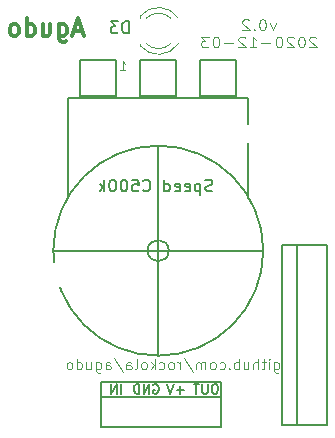
<source format=gbo>
G04 #@! TF.GenerationSoftware,KiCad,Pcbnew,(5.99.0-7307-g71ab42e60a)*
G04 #@! TF.CreationDate,2020-12-03T10:19:34+02:00*
G04 #@! TF.ProjectId,agudo,61677564-6f2e-46b6-9963-61645f706362,rev?*
G04 #@! TF.SameCoordinates,Original*
G04 #@! TF.FileFunction,Legend,Bot*
G04 #@! TF.FilePolarity,Positive*
%FSLAX46Y46*%
G04 Gerber Fmt 4.6, Leading zero omitted, Abs format (unit mm)*
G04 Created by KiCad (PCBNEW (5.99.0-7307-g71ab42e60a)) date 2020-12-03 10:19:34*
%MOMM*%
%LPD*%
G01*
G04 APERTURE LIST*
%ADD10C,0.100000*%
%ADD11C,0.300000*%
%ADD12C,0.150000*%
%ADD13C,0.127000*%
%ADD14C,0.120000*%
%ADD15R,1.600000X1.600000*%
%ADD16C,1.600000*%
%ADD17R,2.540000X2.540000*%
%ADD18O,2.540000X2.540000*%
%ADD19R,2.000000X2.000000*%
%ADD20O,2.000000X2.000000*%
%ADD21R,2.032000X2.032000*%
%ADD22O,2.032000X2.032000*%
%ADD23R,1.930400X1.930400*%
%ADD24O,1.930400X1.930400*%
%ADD25R,1.800000X1.800000*%
%ADD26C,1.800000*%
G04 APERTURE END LIST*
D10*
X82571428Y-127307142D02*
X82571428Y-128035714D01*
X82614285Y-128121428D01*
X82657142Y-128164285D01*
X82742857Y-128207142D01*
X82871428Y-128207142D01*
X82957142Y-128164285D01*
X82571428Y-127864285D02*
X82657142Y-127907142D01*
X82828571Y-127907142D01*
X82914285Y-127864285D01*
X82957142Y-127821428D01*
X83000000Y-127735714D01*
X83000000Y-127478571D01*
X82957142Y-127392857D01*
X82914285Y-127350000D01*
X82828571Y-127307142D01*
X82657142Y-127307142D01*
X82571428Y-127350000D01*
X82142857Y-127907142D02*
X82142857Y-127307142D01*
X82142857Y-127007142D02*
X82185714Y-127050000D01*
X82142857Y-127092857D01*
X82100000Y-127050000D01*
X82142857Y-127007142D01*
X82142857Y-127092857D01*
X81842857Y-127307142D02*
X81500000Y-127307142D01*
X81714285Y-127007142D02*
X81714285Y-127778571D01*
X81671428Y-127864285D01*
X81585714Y-127907142D01*
X81500000Y-127907142D01*
X81200000Y-127907142D02*
X81200000Y-127007142D01*
X80814285Y-127907142D02*
X80814285Y-127435714D01*
X80857142Y-127350000D01*
X80942857Y-127307142D01*
X81071428Y-127307142D01*
X81157142Y-127350000D01*
X81200000Y-127392857D01*
X80000000Y-127307142D02*
X80000000Y-127907142D01*
X80385714Y-127307142D02*
X80385714Y-127778571D01*
X80342857Y-127864285D01*
X80257142Y-127907142D01*
X80128571Y-127907142D01*
X80042857Y-127864285D01*
X80000000Y-127821428D01*
X79571428Y-127907142D02*
X79571428Y-127007142D01*
X79571428Y-127350000D02*
X79485714Y-127307142D01*
X79314285Y-127307142D01*
X79228571Y-127350000D01*
X79185714Y-127392857D01*
X79142857Y-127478571D01*
X79142857Y-127735714D01*
X79185714Y-127821428D01*
X79228571Y-127864285D01*
X79314285Y-127907142D01*
X79485714Y-127907142D01*
X79571428Y-127864285D01*
X78757142Y-127821428D02*
X78714285Y-127864285D01*
X78757142Y-127907142D01*
X78800000Y-127864285D01*
X78757142Y-127821428D01*
X78757142Y-127907142D01*
X77942857Y-127864285D02*
X78028571Y-127907142D01*
X78200000Y-127907142D01*
X78285714Y-127864285D01*
X78328571Y-127821428D01*
X78371428Y-127735714D01*
X78371428Y-127478571D01*
X78328571Y-127392857D01*
X78285714Y-127350000D01*
X78200000Y-127307142D01*
X78028571Y-127307142D01*
X77942857Y-127350000D01*
X77428571Y-127907142D02*
X77514285Y-127864285D01*
X77557142Y-127821428D01*
X77600000Y-127735714D01*
X77600000Y-127478571D01*
X77557142Y-127392857D01*
X77514285Y-127350000D01*
X77428571Y-127307142D01*
X77300000Y-127307142D01*
X77214285Y-127350000D01*
X77171428Y-127392857D01*
X77128571Y-127478571D01*
X77128571Y-127735714D01*
X77171428Y-127821428D01*
X77214285Y-127864285D01*
X77300000Y-127907142D01*
X77428571Y-127907142D01*
X76742857Y-127907142D02*
X76742857Y-127307142D01*
X76742857Y-127392857D02*
X76700000Y-127350000D01*
X76614285Y-127307142D01*
X76485714Y-127307142D01*
X76400000Y-127350000D01*
X76357142Y-127435714D01*
X76357142Y-127907142D01*
X76357142Y-127435714D02*
X76314285Y-127350000D01*
X76228571Y-127307142D01*
X76100000Y-127307142D01*
X76014285Y-127350000D01*
X75971428Y-127435714D01*
X75971428Y-127907142D01*
X74900000Y-126964285D02*
X75671428Y-128121428D01*
X74600000Y-127907142D02*
X74600000Y-127307142D01*
X74600000Y-127478571D02*
X74557142Y-127392857D01*
X74514285Y-127350000D01*
X74428571Y-127307142D01*
X74342857Y-127307142D01*
X73914285Y-127907142D02*
X74000000Y-127864285D01*
X74042857Y-127821428D01*
X74085714Y-127735714D01*
X74085714Y-127478571D01*
X74042857Y-127392857D01*
X74000000Y-127350000D01*
X73914285Y-127307142D01*
X73785714Y-127307142D01*
X73700000Y-127350000D01*
X73657142Y-127392857D01*
X73614285Y-127478571D01*
X73614285Y-127735714D01*
X73657142Y-127821428D01*
X73700000Y-127864285D01*
X73785714Y-127907142D01*
X73914285Y-127907142D01*
X72842857Y-127864285D02*
X72928571Y-127907142D01*
X73100000Y-127907142D01*
X73185714Y-127864285D01*
X73228571Y-127821428D01*
X73271428Y-127735714D01*
X73271428Y-127478571D01*
X73228571Y-127392857D01*
X73185714Y-127350000D01*
X73100000Y-127307142D01*
X72928571Y-127307142D01*
X72842857Y-127350000D01*
X72457142Y-127907142D02*
X72457142Y-127007142D01*
X72371428Y-127564285D02*
X72114285Y-127907142D01*
X72114285Y-127307142D02*
X72457142Y-127650000D01*
X71600000Y-127907142D02*
X71685714Y-127864285D01*
X71728571Y-127821428D01*
X71771428Y-127735714D01*
X71771428Y-127478571D01*
X71728571Y-127392857D01*
X71685714Y-127350000D01*
X71600000Y-127307142D01*
X71471428Y-127307142D01*
X71385714Y-127350000D01*
X71342857Y-127392857D01*
X71300000Y-127478571D01*
X71300000Y-127735714D01*
X71342857Y-127821428D01*
X71385714Y-127864285D01*
X71471428Y-127907142D01*
X71600000Y-127907142D01*
X70785714Y-127907142D02*
X70871428Y-127864285D01*
X70914285Y-127778571D01*
X70914285Y-127007142D01*
X70057142Y-127907142D02*
X70057142Y-127435714D01*
X70100000Y-127350000D01*
X70185714Y-127307142D01*
X70357142Y-127307142D01*
X70442857Y-127350000D01*
X70057142Y-127864285D02*
X70142857Y-127907142D01*
X70357142Y-127907142D01*
X70442857Y-127864285D01*
X70485714Y-127778571D01*
X70485714Y-127692857D01*
X70442857Y-127607142D01*
X70357142Y-127564285D01*
X70142857Y-127564285D01*
X70057142Y-127521428D01*
X68985714Y-126964285D02*
X69757142Y-128121428D01*
X68300000Y-127907142D02*
X68300000Y-127435714D01*
X68342857Y-127350000D01*
X68428571Y-127307142D01*
X68600000Y-127307142D01*
X68685714Y-127350000D01*
X68300000Y-127864285D02*
X68385714Y-127907142D01*
X68600000Y-127907142D01*
X68685714Y-127864285D01*
X68728571Y-127778571D01*
X68728571Y-127692857D01*
X68685714Y-127607142D01*
X68600000Y-127564285D01*
X68385714Y-127564285D01*
X68300000Y-127521428D01*
X67485714Y-127307142D02*
X67485714Y-128035714D01*
X67528571Y-128121428D01*
X67571428Y-128164285D01*
X67657142Y-128207142D01*
X67785714Y-128207142D01*
X67871428Y-128164285D01*
X67485714Y-127864285D02*
X67571428Y-127907142D01*
X67742857Y-127907142D01*
X67828571Y-127864285D01*
X67871428Y-127821428D01*
X67914285Y-127735714D01*
X67914285Y-127478571D01*
X67871428Y-127392857D01*
X67828571Y-127350000D01*
X67742857Y-127307142D01*
X67571428Y-127307142D01*
X67485714Y-127350000D01*
X66671428Y-127307142D02*
X66671428Y-127907142D01*
X67057142Y-127307142D02*
X67057142Y-127778571D01*
X67014285Y-127864285D01*
X66928571Y-127907142D01*
X66800000Y-127907142D01*
X66714285Y-127864285D01*
X66671428Y-127821428D01*
X65857142Y-127907142D02*
X65857142Y-127007142D01*
X65857142Y-127864285D02*
X65942857Y-127907142D01*
X66114285Y-127907142D01*
X66200000Y-127864285D01*
X66242857Y-127821428D01*
X66285714Y-127735714D01*
X66285714Y-127478571D01*
X66242857Y-127392857D01*
X66200000Y-127350000D01*
X66114285Y-127307142D01*
X65942857Y-127307142D01*
X65857142Y-127350000D01*
X65300000Y-127907142D02*
X65385714Y-127864285D01*
X65428571Y-127821428D01*
X65471428Y-127735714D01*
X65471428Y-127478571D01*
X65428571Y-127392857D01*
X65385714Y-127350000D01*
X65300000Y-127307142D01*
X65171428Y-127307142D01*
X65085714Y-127350000D01*
X65042857Y-127392857D01*
X65000000Y-127478571D01*
X65000000Y-127735714D01*
X65042857Y-127821428D01*
X65085714Y-127864285D01*
X65171428Y-127907142D01*
X65300000Y-127907142D01*
D11*
X66321428Y-99250000D02*
X65607142Y-99250000D01*
X66464285Y-99678571D02*
X65964285Y-98178571D01*
X65464285Y-99678571D01*
X64321428Y-98678571D02*
X64321428Y-99892857D01*
X64392857Y-100035714D01*
X64464285Y-100107142D01*
X64607142Y-100178571D01*
X64821428Y-100178571D01*
X64964285Y-100107142D01*
X64321428Y-99607142D02*
X64464285Y-99678571D01*
X64750000Y-99678571D01*
X64892857Y-99607142D01*
X64964285Y-99535714D01*
X65035714Y-99392857D01*
X65035714Y-98964285D01*
X64964285Y-98821428D01*
X64892857Y-98750000D01*
X64750000Y-98678571D01*
X64464285Y-98678571D01*
X64321428Y-98750000D01*
X62964285Y-98678571D02*
X62964285Y-99678571D01*
X63607142Y-98678571D02*
X63607142Y-99464285D01*
X63535714Y-99607142D01*
X63392857Y-99678571D01*
X63178571Y-99678571D01*
X63035714Y-99607142D01*
X62964285Y-99535714D01*
X61607142Y-99678571D02*
X61607142Y-98178571D01*
X61607142Y-99607142D02*
X61750000Y-99678571D01*
X62035714Y-99678571D01*
X62178571Y-99607142D01*
X62250000Y-99535714D01*
X62321428Y-99392857D01*
X62321428Y-98964285D01*
X62250000Y-98821428D01*
X62178571Y-98750000D01*
X62035714Y-98678571D01*
X61750000Y-98678571D01*
X61607142Y-98750000D01*
X60678571Y-99678571D02*
X60821428Y-99607142D01*
X60892857Y-99535714D01*
X60964285Y-99392857D01*
X60964285Y-98964285D01*
X60892857Y-98821428D01*
X60821428Y-98750000D01*
X60678571Y-98678571D01*
X60464285Y-98678571D01*
X60321428Y-98750000D01*
X60250000Y-98821428D01*
X60178571Y-98964285D01*
X60178571Y-99392857D01*
X60250000Y-99535714D01*
X60321428Y-99607142D01*
X60464285Y-99678571D01*
X60678571Y-99678571D01*
D10*
X82678571Y-98582642D02*
X82440476Y-99182642D01*
X82202380Y-98582642D01*
X81630952Y-98282642D02*
X81535714Y-98282642D01*
X81440476Y-98325500D01*
X81392857Y-98368357D01*
X81345238Y-98454071D01*
X81297619Y-98625500D01*
X81297619Y-98839785D01*
X81345238Y-99011214D01*
X81392857Y-99096928D01*
X81440476Y-99139785D01*
X81535714Y-99182642D01*
X81630952Y-99182642D01*
X81726190Y-99139785D01*
X81773809Y-99096928D01*
X81821428Y-99011214D01*
X81869047Y-98839785D01*
X81869047Y-98625500D01*
X81821428Y-98454071D01*
X81773809Y-98368357D01*
X81726190Y-98325500D01*
X81630952Y-98282642D01*
X80869047Y-99096928D02*
X80821428Y-99139785D01*
X80869047Y-99182642D01*
X80916666Y-99139785D01*
X80869047Y-99096928D01*
X80869047Y-99182642D01*
X80440476Y-98368357D02*
X80392857Y-98325500D01*
X80297619Y-98282642D01*
X80059523Y-98282642D01*
X79964285Y-98325500D01*
X79916666Y-98368357D01*
X79869047Y-98454071D01*
X79869047Y-98539785D01*
X79916666Y-98668357D01*
X80488095Y-99182642D01*
X79869047Y-99182642D01*
X86107142Y-99817357D02*
X86059523Y-99774500D01*
X85964285Y-99731642D01*
X85726190Y-99731642D01*
X85630952Y-99774500D01*
X85583333Y-99817357D01*
X85535714Y-99903071D01*
X85535714Y-99988785D01*
X85583333Y-100117357D01*
X86154761Y-100631642D01*
X85535714Y-100631642D01*
X84916666Y-99731642D02*
X84821428Y-99731642D01*
X84726190Y-99774500D01*
X84678571Y-99817357D01*
X84630952Y-99903071D01*
X84583333Y-100074500D01*
X84583333Y-100288785D01*
X84630952Y-100460214D01*
X84678571Y-100545928D01*
X84726190Y-100588785D01*
X84821428Y-100631642D01*
X84916666Y-100631642D01*
X85011904Y-100588785D01*
X85059523Y-100545928D01*
X85107142Y-100460214D01*
X85154761Y-100288785D01*
X85154761Y-100074500D01*
X85107142Y-99903071D01*
X85059523Y-99817357D01*
X85011904Y-99774500D01*
X84916666Y-99731642D01*
X84202380Y-99817357D02*
X84154761Y-99774500D01*
X84059523Y-99731642D01*
X83821428Y-99731642D01*
X83726190Y-99774500D01*
X83678571Y-99817357D01*
X83630952Y-99903071D01*
X83630952Y-99988785D01*
X83678571Y-100117357D01*
X84250000Y-100631642D01*
X83630952Y-100631642D01*
X83011904Y-99731642D02*
X82916666Y-99731642D01*
X82821428Y-99774500D01*
X82773809Y-99817357D01*
X82726190Y-99903071D01*
X82678571Y-100074500D01*
X82678571Y-100288785D01*
X82726190Y-100460214D01*
X82773809Y-100545928D01*
X82821428Y-100588785D01*
X82916666Y-100631642D01*
X83011904Y-100631642D01*
X83107142Y-100588785D01*
X83154761Y-100545928D01*
X83202380Y-100460214D01*
X83250000Y-100288785D01*
X83250000Y-100074500D01*
X83202380Y-99903071D01*
X83154761Y-99817357D01*
X83107142Y-99774500D01*
X83011904Y-99731642D01*
X82250000Y-100288785D02*
X81488095Y-100288785D01*
X80488095Y-100631642D02*
X81059523Y-100631642D01*
X80773809Y-100631642D02*
X80773809Y-99731642D01*
X80869047Y-99860214D01*
X80964285Y-99945928D01*
X81059523Y-99988785D01*
X80107142Y-99817357D02*
X80059523Y-99774500D01*
X79964285Y-99731642D01*
X79726190Y-99731642D01*
X79630952Y-99774500D01*
X79583333Y-99817357D01*
X79535714Y-99903071D01*
X79535714Y-99988785D01*
X79583333Y-100117357D01*
X80154761Y-100631642D01*
X79535714Y-100631642D01*
X79107142Y-100288785D02*
X78345238Y-100288785D01*
X77678571Y-99731642D02*
X77583333Y-99731642D01*
X77488095Y-99774500D01*
X77440476Y-99817357D01*
X77392857Y-99903071D01*
X77345238Y-100074500D01*
X77345238Y-100288785D01*
X77392857Y-100460214D01*
X77440476Y-100545928D01*
X77488095Y-100588785D01*
X77583333Y-100631642D01*
X77678571Y-100631642D01*
X77773809Y-100588785D01*
X77821428Y-100545928D01*
X77869047Y-100460214D01*
X77916666Y-100288785D01*
X77916666Y-100074500D01*
X77869047Y-99903071D01*
X77821428Y-99817357D01*
X77773809Y-99774500D01*
X77678571Y-99731642D01*
X77011904Y-99731642D02*
X76392857Y-99731642D01*
X76726190Y-100074500D01*
X76583333Y-100074500D01*
X76488095Y-100117357D01*
X76440476Y-100160214D01*
X76392857Y-100245928D01*
X76392857Y-100460214D01*
X76440476Y-100545928D01*
X76488095Y-100588785D01*
X76583333Y-100631642D01*
X76869047Y-100631642D01*
X76964285Y-100588785D01*
X77011904Y-100545928D01*
D12*
G04 #@! TO.C,RV2*
X77321404Y-112798761D02*
X77178547Y-112846380D01*
X76940452Y-112846380D01*
X76845214Y-112798761D01*
X76797595Y-112751142D01*
X76749976Y-112655904D01*
X76749976Y-112560666D01*
X76797595Y-112465428D01*
X76845214Y-112417809D01*
X76940452Y-112370190D01*
X77130928Y-112322571D01*
X77226166Y-112274952D01*
X77273785Y-112227333D01*
X77321404Y-112132095D01*
X77321404Y-112036857D01*
X77273785Y-111941619D01*
X77226166Y-111894000D01*
X77130928Y-111846380D01*
X76892833Y-111846380D01*
X76749976Y-111894000D01*
X76321404Y-112179714D02*
X76321404Y-113179714D01*
X76321404Y-112227333D02*
X76226166Y-112179714D01*
X76035690Y-112179714D01*
X75940452Y-112227333D01*
X75892833Y-112274952D01*
X75845214Y-112370190D01*
X75845214Y-112655904D01*
X75892833Y-112751142D01*
X75940452Y-112798761D01*
X76035690Y-112846380D01*
X76226166Y-112846380D01*
X76321404Y-112798761D01*
X75035690Y-112798761D02*
X75130928Y-112846380D01*
X75321404Y-112846380D01*
X75416642Y-112798761D01*
X75464261Y-112703523D01*
X75464261Y-112322571D01*
X75416642Y-112227333D01*
X75321404Y-112179714D01*
X75130928Y-112179714D01*
X75035690Y-112227333D01*
X74988071Y-112322571D01*
X74988071Y-112417809D01*
X75464261Y-112513047D01*
X74178547Y-112798761D02*
X74273785Y-112846380D01*
X74464261Y-112846380D01*
X74559500Y-112798761D01*
X74607119Y-112703523D01*
X74607119Y-112322571D01*
X74559500Y-112227333D01*
X74464261Y-112179714D01*
X74273785Y-112179714D01*
X74178547Y-112227333D01*
X74130928Y-112322571D01*
X74130928Y-112417809D01*
X74607119Y-112513047D01*
X73273785Y-112846380D02*
X73273785Y-111846380D01*
X73273785Y-112798761D02*
X73369023Y-112846380D01*
X73559500Y-112846380D01*
X73654738Y-112798761D01*
X73702357Y-112751142D01*
X73749976Y-112655904D01*
X73749976Y-112370190D01*
X73702357Y-112274952D01*
X73654738Y-112227333D01*
X73559500Y-112179714D01*
X73369023Y-112179714D01*
X73273785Y-112227333D01*
X71464261Y-112751142D02*
X71511880Y-112798761D01*
X71654738Y-112846380D01*
X71749976Y-112846380D01*
X71892833Y-112798761D01*
X71988071Y-112703523D01*
X72035690Y-112608285D01*
X72083309Y-112417809D01*
X72083309Y-112274952D01*
X72035690Y-112084476D01*
X71988071Y-111989238D01*
X71892833Y-111894000D01*
X71749976Y-111846380D01*
X71654738Y-111846380D01*
X71511880Y-111894000D01*
X71464261Y-111941619D01*
X70559500Y-111846380D02*
X71035690Y-111846380D01*
X71083309Y-112322571D01*
X71035690Y-112274952D01*
X70940452Y-112227333D01*
X70702357Y-112227333D01*
X70607119Y-112274952D01*
X70559500Y-112322571D01*
X70511880Y-112417809D01*
X70511880Y-112655904D01*
X70559500Y-112751142D01*
X70607119Y-112798761D01*
X70702357Y-112846380D01*
X70940452Y-112846380D01*
X71035690Y-112798761D01*
X71083309Y-112751142D01*
X69892833Y-111846380D02*
X69797595Y-111846380D01*
X69702357Y-111894000D01*
X69654738Y-111941619D01*
X69607119Y-112036857D01*
X69559500Y-112227333D01*
X69559500Y-112465428D01*
X69607119Y-112655904D01*
X69654738Y-112751142D01*
X69702357Y-112798761D01*
X69797595Y-112846380D01*
X69892833Y-112846380D01*
X69988071Y-112798761D01*
X70035690Y-112751142D01*
X70083309Y-112655904D01*
X70130928Y-112465428D01*
X70130928Y-112227333D01*
X70083309Y-112036857D01*
X70035690Y-111941619D01*
X69988071Y-111894000D01*
X69892833Y-111846380D01*
X68940452Y-111846380D02*
X68845214Y-111846380D01*
X68749976Y-111894000D01*
X68702357Y-111941619D01*
X68654738Y-112036857D01*
X68607119Y-112227333D01*
X68607119Y-112465428D01*
X68654738Y-112655904D01*
X68702357Y-112751142D01*
X68749976Y-112798761D01*
X68845214Y-112846380D01*
X68940452Y-112846380D01*
X69035690Y-112798761D01*
X69083309Y-112751142D01*
X69130928Y-112655904D01*
X69178547Y-112465428D01*
X69178547Y-112227333D01*
X69130928Y-112036857D01*
X69083309Y-111941619D01*
X69035690Y-111894000D01*
X68940452Y-111846380D01*
X68178547Y-112846380D02*
X68178547Y-111846380D01*
X68083309Y-112465428D02*
X67797595Y-112846380D01*
X67797595Y-112179714D02*
X68178547Y-112560666D01*
D10*
X72464285Y-103702380D02*
X73035714Y-103702380D01*
X72750000Y-103702380D02*
X72750000Y-102702380D01*
X72845238Y-102845238D01*
X72940476Y-102940476D01*
X73035714Y-102988095D01*
X69529382Y-102599310D02*
X69970617Y-102599310D01*
X69750000Y-102599310D02*
X69750000Y-101827150D01*
X69823539Y-101937459D01*
X69897078Y-102010998D01*
X69970617Y-102047767D01*
D12*
G04 #@! TO.C,J1*
X77610000Y-129156904D02*
X77457619Y-129156904D01*
X77381428Y-129195000D01*
X77305238Y-129271190D01*
X77267142Y-129423571D01*
X77267142Y-129690238D01*
X77305238Y-129842619D01*
X77381428Y-129918809D01*
X77457619Y-129956904D01*
X77610000Y-129956904D01*
X77686190Y-129918809D01*
X77762380Y-129842619D01*
X77800476Y-129690238D01*
X77800476Y-129423571D01*
X77762380Y-129271190D01*
X77686190Y-129195000D01*
X77610000Y-129156904D01*
X76924285Y-129156904D02*
X76924285Y-129804523D01*
X76886190Y-129880714D01*
X76848095Y-129918809D01*
X76771904Y-129956904D01*
X76619523Y-129956904D01*
X76543333Y-129918809D01*
X76505238Y-129880714D01*
X76467142Y-129804523D01*
X76467142Y-129156904D01*
X76200476Y-129156904D02*
X75743333Y-129156904D01*
X75971904Y-129956904D02*
X75971904Y-129156904D01*
X74917619Y-129652142D02*
X74308095Y-129652142D01*
X74612857Y-129956904D02*
X74612857Y-129347380D01*
X74041428Y-129156904D02*
X73774761Y-129956904D01*
X73508095Y-129156904D01*
X72339523Y-129195000D02*
X72415714Y-129156904D01*
X72530000Y-129156904D01*
X72644285Y-129195000D01*
X72720476Y-129271190D01*
X72758571Y-129347380D01*
X72796666Y-129499761D01*
X72796666Y-129614047D01*
X72758571Y-129766428D01*
X72720476Y-129842619D01*
X72644285Y-129918809D01*
X72530000Y-129956904D01*
X72453809Y-129956904D01*
X72339523Y-129918809D01*
X72301428Y-129880714D01*
X72301428Y-129614047D01*
X72453809Y-129614047D01*
X71958571Y-129956904D02*
X71958571Y-129156904D01*
X71501428Y-129956904D01*
X71501428Y-129156904D01*
X71120476Y-129956904D02*
X71120476Y-129156904D01*
X70930000Y-129156904D01*
X70815714Y-129195000D01*
X70739523Y-129271190D01*
X70701428Y-129347380D01*
X70663333Y-129499761D01*
X70663333Y-129614047D01*
X70701428Y-129766428D01*
X70739523Y-129842619D01*
X70815714Y-129918809D01*
X70930000Y-129956904D01*
X71120476Y-129956904D01*
X69609047Y-129956904D02*
X69609047Y-129156904D01*
X69228095Y-129956904D02*
X69228095Y-129156904D01*
X68770952Y-129956904D01*
X68770952Y-129156904D01*
G04 #@! TO.C,D3*
X70238095Y-99452380D02*
X70238095Y-98452380D01*
X70000000Y-98452380D01*
X69857142Y-98500000D01*
X69761904Y-98595238D01*
X69714285Y-98690476D01*
X69666666Y-98880952D01*
X69666666Y-99023809D01*
X69714285Y-99214285D01*
X69761904Y-99309523D01*
X69857142Y-99404761D01*
X70000000Y-99452380D01*
X70238095Y-99452380D01*
X69333333Y-98452380D02*
X68714285Y-98452380D01*
X69047619Y-98833333D01*
X68904761Y-98833333D01*
X68809523Y-98880952D01*
X68761904Y-98928571D01*
X68714285Y-99023809D01*
X68714285Y-99261904D01*
X68761904Y-99357142D01*
X68809523Y-99404761D01*
X68904761Y-99452380D01*
X69190476Y-99452380D01*
X69285714Y-99404761D01*
X69333333Y-99357142D01*
D13*
G04 #@! TO.C,RV2*
X69194000Y-104774000D02*
X69194000Y-101726000D01*
X65130000Y-104901000D02*
X65130000Y-113410000D01*
X74274000Y-104774000D02*
X74274000Y-101726000D01*
X80370000Y-113410000D02*
X80370000Y-104901000D01*
X79354000Y-101726000D02*
X76306000Y-101726000D01*
X74274000Y-101726000D02*
X71226000Y-101726000D01*
X66146000Y-101726000D02*
X66146000Y-104774000D01*
X72750000Y-108965000D02*
X72750000Y-126745000D01*
X79354000Y-104774000D02*
X76306000Y-104774000D01*
X69194000Y-104774000D02*
X66146000Y-104774000D01*
X80370000Y-104901000D02*
X65130000Y-104901000D01*
X74274000Y-104774000D02*
X71226000Y-104774000D01*
X69194000Y-101726000D02*
X66146000Y-101726000D01*
X71226000Y-101726000D02*
X71226000Y-104774000D01*
X79354000Y-104774000D02*
X79354000Y-101726000D01*
X76306000Y-101726000D02*
X76306000Y-104774000D01*
X81640000Y-117855000D02*
X63860000Y-117855000D01*
X72749998Y-126745000D02*
G75*
G03*
X81640000Y-117855000I101J8889901D01*
G01*
X81640000Y-117855000D02*
G75*
G03*
X72750000Y-108965000I-8890000J0D01*
G01*
X72750000Y-108965000D02*
G75*
G03*
X63860000Y-117855000I0J-8890000D01*
G01*
X63860000Y-117854998D02*
G75*
G03*
X72750000Y-126745000I8889901J-101D01*
G01*
X73648000Y-117855000D02*
G75*
G03*
X73648000Y-117855000I-898000J0D01*
G01*
G04 #@! TO.C,SW1*
X84480000Y-117360000D02*
X83210000Y-117360000D01*
X87020000Y-132600000D02*
X87020000Y-117360000D01*
X87020000Y-132600000D02*
X84480000Y-132600000D01*
X84480000Y-117360000D02*
X87020000Y-117360000D01*
X83210000Y-132600000D02*
X84480000Y-132600000D01*
X83210000Y-117360000D02*
X83210000Y-132600000D01*
X84480000Y-117360000D02*
X84480000Y-132600000D01*
G04 #@! TO.C,J1*
X67920000Y-132770000D02*
X78080000Y-132770000D01*
X67920000Y-132770000D02*
X67920000Y-130230000D01*
X78080000Y-130230000D02*
X78080000Y-128960000D01*
X78080000Y-130230000D02*
X67920000Y-130230000D01*
X67920000Y-130230000D02*
X67920000Y-128960000D01*
X78080000Y-132770000D02*
X78080000Y-130230000D01*
X67920000Y-128960000D02*
X78080000Y-128960000D01*
D14*
G04 #@! TO.C,D3*
X71210000Y-100486000D02*
X71210000Y-100330000D01*
X71210000Y-98170000D02*
X71210000Y-98014000D01*
X73811130Y-100329837D02*
G75*
G02*
X71729039Y-100330000I-1041130J1079837D01*
G01*
X74442335Y-98171392D02*
G75*
G03*
X71210000Y-98014484I-1672335J-1078608D01*
G01*
X74442335Y-100328608D02*
G75*
G02*
X71210000Y-100485516I-1672335J1078608D01*
G01*
X73811130Y-98170163D02*
G75*
G03*
X71729039Y-98170000I-1041130J-1079837D01*
G01*
G04 #@! TD*
%LPC*%
D15*
G04 #@! TO.C,C2*
X60750000Y-115750000D03*
D16*
X63250000Y-115750000D03*
G04 #@! TD*
D17*
G04 #@! TO.C,RV2*
X67670000Y-103250000D03*
D18*
X72750000Y-103250000D03*
X77830000Y-103250000D03*
G04 #@! TD*
D19*
G04 #@! TO.C,D2*
X63500000Y-119940000D03*
D20*
X63500000Y-127560000D03*
G04 #@! TD*
D19*
G04 #@! TO.C,D1*
X60750000Y-119940000D03*
D20*
X60750000Y-127560000D03*
G04 #@! TD*
D21*
G04 #@! TO.C,SW1*
X85750000Y-131330000D03*
D22*
X85750000Y-128790000D03*
X85750000Y-126250000D03*
X85750000Y-123710000D03*
X85750000Y-121170000D03*
X85750000Y-118630000D03*
G04 #@! TD*
D23*
G04 #@! TO.C,J1*
X69190000Y-131500000D03*
D24*
X71730000Y-131500000D03*
X74270000Y-131500000D03*
X76810000Y-131500000D03*
G04 #@! TD*
D15*
G04 #@! TO.C,C8*
X63250000Y-106750000D03*
D16*
X60750000Y-106750000D03*
G04 #@! TD*
D24*
G04 #@! TO.C,RV1*
X86040000Y-108000000D03*
X83500000Y-110540000D03*
X80960000Y-108000000D03*
G04 #@! TD*
D25*
G04 #@! TO.C,D3*
X71500000Y-99250000D03*
D26*
X74040000Y-99250000D03*
G04 #@! TD*
M02*

</source>
